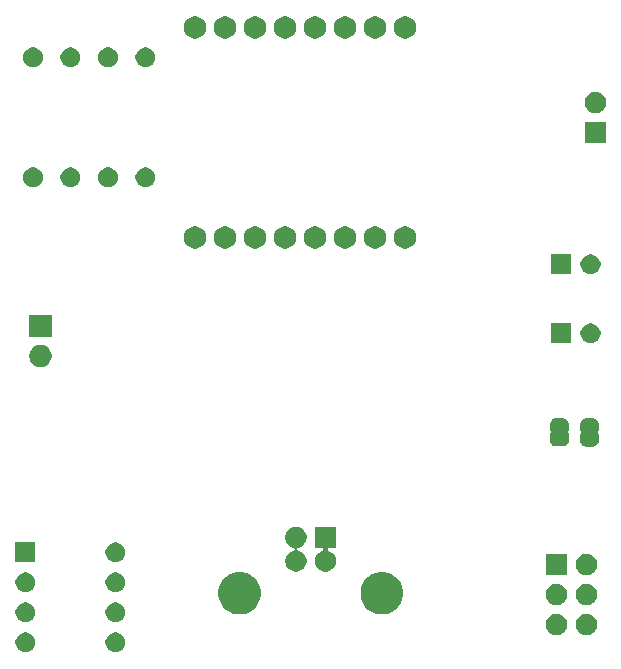
<source format=gbr>
G04 #@! TF.GenerationSoftware,KiCad,Pcbnew,5.1.6-c6e7f7d~86~ubuntu18.04.1*
G04 #@! TF.CreationDate,2020-06-12T21:41:03+02:00*
G04 #@! TF.ProjectId,printplaat,7072696e-7470-46c6-9161-742e6b696361,rev?*
G04 #@! TF.SameCoordinates,Original*
G04 #@! TF.FileFunction,Soldermask,Top*
G04 #@! TF.FilePolarity,Negative*
%FSLAX46Y46*%
G04 Gerber Fmt 4.6, Leading zero omitted, Abs format (unit mm)*
G04 Created by KiCad (PCBNEW 5.1.6-c6e7f7d~86~ubuntu18.04.1) date 2020-06-12 21:41:03*
%MOMM*%
%LPD*%
G01*
G04 APERTURE LIST*
%ADD10C,0.100000*%
G04 APERTURE END LIST*
D10*
G36*
X106928228Y-166821703D02*
G01*
X107083100Y-166885853D01*
X107222481Y-166978985D01*
X107341015Y-167097519D01*
X107434147Y-167236900D01*
X107498297Y-167391772D01*
X107531000Y-167556184D01*
X107531000Y-167723816D01*
X107498297Y-167888228D01*
X107434147Y-168043100D01*
X107341015Y-168182481D01*
X107222481Y-168301015D01*
X107083100Y-168394147D01*
X106928228Y-168458297D01*
X106763816Y-168491000D01*
X106596184Y-168491000D01*
X106431772Y-168458297D01*
X106276900Y-168394147D01*
X106137519Y-168301015D01*
X106018985Y-168182481D01*
X105925853Y-168043100D01*
X105861703Y-167888228D01*
X105829000Y-167723816D01*
X105829000Y-167556184D01*
X105861703Y-167391772D01*
X105925853Y-167236900D01*
X106018985Y-167097519D01*
X106137519Y-166978985D01*
X106276900Y-166885853D01*
X106431772Y-166821703D01*
X106596184Y-166789000D01*
X106763816Y-166789000D01*
X106928228Y-166821703D01*
G37*
G36*
X99308228Y-166821703D02*
G01*
X99463100Y-166885853D01*
X99602481Y-166978985D01*
X99721015Y-167097519D01*
X99814147Y-167236900D01*
X99878297Y-167391772D01*
X99911000Y-167556184D01*
X99911000Y-167723816D01*
X99878297Y-167888228D01*
X99814147Y-168043100D01*
X99721015Y-168182481D01*
X99602481Y-168301015D01*
X99463100Y-168394147D01*
X99308228Y-168458297D01*
X99143816Y-168491000D01*
X98976184Y-168491000D01*
X98811772Y-168458297D01*
X98656900Y-168394147D01*
X98517519Y-168301015D01*
X98398985Y-168182481D01*
X98305853Y-168043100D01*
X98241703Y-167888228D01*
X98209000Y-167723816D01*
X98209000Y-167556184D01*
X98241703Y-167391772D01*
X98305853Y-167236900D01*
X98398985Y-167097519D01*
X98517519Y-166978985D01*
X98656900Y-166885853D01*
X98811772Y-166821703D01*
X98976184Y-166789000D01*
X99143816Y-166789000D01*
X99308228Y-166821703D01*
G37*
G36*
X146671512Y-165219927D02*
G01*
X146820812Y-165249624D01*
X146984784Y-165317544D01*
X147132354Y-165416147D01*
X147257853Y-165541646D01*
X147356456Y-165689216D01*
X147424376Y-165853188D01*
X147459000Y-166027259D01*
X147459000Y-166204741D01*
X147424376Y-166378812D01*
X147356456Y-166542784D01*
X147257853Y-166690354D01*
X147132354Y-166815853D01*
X146984784Y-166914456D01*
X146820812Y-166982376D01*
X146671512Y-167012073D01*
X146646742Y-167017000D01*
X146469258Y-167017000D01*
X146444488Y-167012073D01*
X146295188Y-166982376D01*
X146131216Y-166914456D01*
X145983646Y-166815853D01*
X145858147Y-166690354D01*
X145759544Y-166542784D01*
X145691624Y-166378812D01*
X145657000Y-166204741D01*
X145657000Y-166027259D01*
X145691624Y-165853188D01*
X145759544Y-165689216D01*
X145858147Y-165541646D01*
X145983646Y-165416147D01*
X146131216Y-165317544D01*
X146295188Y-165249624D01*
X146444488Y-165219927D01*
X146469258Y-165215000D01*
X146646742Y-165215000D01*
X146671512Y-165219927D01*
G37*
G36*
X144131512Y-165219927D02*
G01*
X144280812Y-165249624D01*
X144444784Y-165317544D01*
X144592354Y-165416147D01*
X144717853Y-165541646D01*
X144816456Y-165689216D01*
X144884376Y-165853188D01*
X144919000Y-166027259D01*
X144919000Y-166204741D01*
X144884376Y-166378812D01*
X144816456Y-166542784D01*
X144717853Y-166690354D01*
X144592354Y-166815853D01*
X144444784Y-166914456D01*
X144280812Y-166982376D01*
X144131512Y-167012073D01*
X144106742Y-167017000D01*
X143929258Y-167017000D01*
X143904488Y-167012073D01*
X143755188Y-166982376D01*
X143591216Y-166914456D01*
X143443646Y-166815853D01*
X143318147Y-166690354D01*
X143219544Y-166542784D01*
X143151624Y-166378812D01*
X143117000Y-166204741D01*
X143117000Y-166027259D01*
X143151624Y-165853188D01*
X143219544Y-165689216D01*
X143318147Y-165541646D01*
X143443646Y-165416147D01*
X143591216Y-165317544D01*
X143755188Y-165249624D01*
X143904488Y-165219927D01*
X143929258Y-165215000D01*
X144106742Y-165215000D01*
X144131512Y-165219927D01*
G37*
G36*
X99308228Y-164281703D02*
G01*
X99463100Y-164345853D01*
X99602481Y-164438985D01*
X99721015Y-164557519D01*
X99814147Y-164696900D01*
X99878297Y-164851772D01*
X99911000Y-165016184D01*
X99911000Y-165183816D01*
X99878297Y-165348228D01*
X99814147Y-165503100D01*
X99721015Y-165642481D01*
X99602481Y-165761015D01*
X99463100Y-165854147D01*
X99308228Y-165918297D01*
X99143816Y-165951000D01*
X98976184Y-165951000D01*
X98811772Y-165918297D01*
X98656900Y-165854147D01*
X98517519Y-165761015D01*
X98398985Y-165642481D01*
X98305853Y-165503100D01*
X98241703Y-165348228D01*
X98209000Y-165183816D01*
X98209000Y-165016184D01*
X98241703Y-164851772D01*
X98305853Y-164696900D01*
X98398985Y-164557519D01*
X98517519Y-164438985D01*
X98656900Y-164345853D01*
X98811772Y-164281703D01*
X98976184Y-164249000D01*
X99143816Y-164249000D01*
X99308228Y-164281703D01*
G37*
G36*
X106928228Y-164281703D02*
G01*
X107083100Y-164345853D01*
X107222481Y-164438985D01*
X107341015Y-164557519D01*
X107434147Y-164696900D01*
X107498297Y-164851772D01*
X107531000Y-165016184D01*
X107531000Y-165183816D01*
X107498297Y-165348228D01*
X107434147Y-165503100D01*
X107341015Y-165642481D01*
X107222481Y-165761015D01*
X107083100Y-165854147D01*
X106928228Y-165918297D01*
X106763816Y-165951000D01*
X106596184Y-165951000D01*
X106431772Y-165918297D01*
X106276900Y-165854147D01*
X106137519Y-165761015D01*
X106018985Y-165642481D01*
X105925853Y-165503100D01*
X105861703Y-165348228D01*
X105829000Y-165183816D01*
X105829000Y-165016184D01*
X105861703Y-164851772D01*
X105925853Y-164696900D01*
X106018985Y-164557519D01*
X106137519Y-164438985D01*
X106276900Y-164345853D01*
X106431772Y-164281703D01*
X106596184Y-164249000D01*
X106763816Y-164249000D01*
X106928228Y-164281703D01*
G37*
G36*
X129755331Y-161728211D02*
G01*
X130083092Y-161863974D01*
X130378070Y-162061072D01*
X130628928Y-162311930D01*
X130826026Y-162606908D01*
X130961789Y-162934669D01*
X131031000Y-163282616D01*
X131031000Y-163637384D01*
X130961789Y-163985331D01*
X130826026Y-164313092D01*
X130628928Y-164608070D01*
X130378070Y-164858928D01*
X130083092Y-165056026D01*
X129755331Y-165191789D01*
X129407384Y-165261000D01*
X129052616Y-165261000D01*
X128704669Y-165191789D01*
X128376908Y-165056026D01*
X128081930Y-164858928D01*
X127831072Y-164608070D01*
X127633974Y-164313092D01*
X127498211Y-163985331D01*
X127429000Y-163637384D01*
X127429000Y-163282616D01*
X127498211Y-162934669D01*
X127633974Y-162606908D01*
X127831072Y-162311930D01*
X128081930Y-162061072D01*
X128376908Y-161863974D01*
X128704669Y-161728211D01*
X129052616Y-161659000D01*
X129407384Y-161659000D01*
X129755331Y-161728211D01*
G37*
G36*
X117715331Y-161728211D02*
G01*
X118043092Y-161863974D01*
X118338070Y-162061072D01*
X118588928Y-162311930D01*
X118786026Y-162606908D01*
X118921789Y-162934669D01*
X118991000Y-163282616D01*
X118991000Y-163637384D01*
X118921789Y-163985331D01*
X118786026Y-164313092D01*
X118588928Y-164608070D01*
X118338070Y-164858928D01*
X118043092Y-165056026D01*
X117715331Y-165191789D01*
X117367384Y-165261000D01*
X117012616Y-165261000D01*
X116664669Y-165191789D01*
X116336908Y-165056026D01*
X116041930Y-164858928D01*
X115791072Y-164608070D01*
X115593974Y-164313092D01*
X115458211Y-163985331D01*
X115389000Y-163637384D01*
X115389000Y-163282616D01*
X115458211Y-162934669D01*
X115593974Y-162606908D01*
X115791072Y-162311930D01*
X116041930Y-162061072D01*
X116336908Y-161863974D01*
X116664669Y-161728211D01*
X117012616Y-161659000D01*
X117367384Y-161659000D01*
X117715331Y-161728211D01*
G37*
G36*
X144131512Y-162679927D02*
G01*
X144280812Y-162709624D01*
X144444784Y-162777544D01*
X144592354Y-162876147D01*
X144717853Y-163001646D01*
X144816456Y-163149216D01*
X144884376Y-163313188D01*
X144919000Y-163487259D01*
X144919000Y-163664741D01*
X144884376Y-163838812D01*
X144816456Y-164002784D01*
X144717853Y-164150354D01*
X144592354Y-164275853D01*
X144444784Y-164374456D01*
X144280812Y-164442376D01*
X144131512Y-164472073D01*
X144106742Y-164477000D01*
X143929258Y-164477000D01*
X143904488Y-164472073D01*
X143755188Y-164442376D01*
X143591216Y-164374456D01*
X143443646Y-164275853D01*
X143318147Y-164150354D01*
X143219544Y-164002784D01*
X143151624Y-163838812D01*
X143117000Y-163664741D01*
X143117000Y-163487259D01*
X143151624Y-163313188D01*
X143219544Y-163149216D01*
X143318147Y-163001646D01*
X143443646Y-162876147D01*
X143591216Y-162777544D01*
X143755188Y-162709624D01*
X143904488Y-162679927D01*
X143929258Y-162675000D01*
X144106742Y-162675000D01*
X144131512Y-162679927D01*
G37*
G36*
X146671512Y-162679927D02*
G01*
X146820812Y-162709624D01*
X146984784Y-162777544D01*
X147132354Y-162876147D01*
X147257853Y-163001646D01*
X147356456Y-163149216D01*
X147424376Y-163313188D01*
X147459000Y-163487259D01*
X147459000Y-163664741D01*
X147424376Y-163838812D01*
X147356456Y-164002784D01*
X147257853Y-164150354D01*
X147132354Y-164275853D01*
X146984784Y-164374456D01*
X146820812Y-164442376D01*
X146671512Y-164472073D01*
X146646742Y-164477000D01*
X146469258Y-164477000D01*
X146444488Y-164472073D01*
X146295188Y-164442376D01*
X146131216Y-164374456D01*
X145983646Y-164275853D01*
X145858147Y-164150354D01*
X145759544Y-164002784D01*
X145691624Y-163838812D01*
X145657000Y-163664741D01*
X145657000Y-163487259D01*
X145691624Y-163313188D01*
X145759544Y-163149216D01*
X145858147Y-163001646D01*
X145983646Y-162876147D01*
X146131216Y-162777544D01*
X146295188Y-162709624D01*
X146444488Y-162679927D01*
X146469258Y-162675000D01*
X146646742Y-162675000D01*
X146671512Y-162679927D01*
G37*
G36*
X106928228Y-161741703D02*
G01*
X107083100Y-161805853D01*
X107222481Y-161898985D01*
X107341015Y-162017519D01*
X107434147Y-162156900D01*
X107498297Y-162311772D01*
X107531000Y-162476184D01*
X107531000Y-162643816D01*
X107498297Y-162808228D01*
X107434147Y-162963100D01*
X107341015Y-163102481D01*
X107222481Y-163221015D01*
X107083100Y-163314147D01*
X106928228Y-163378297D01*
X106763816Y-163411000D01*
X106596184Y-163411000D01*
X106431772Y-163378297D01*
X106276900Y-163314147D01*
X106137519Y-163221015D01*
X106018985Y-163102481D01*
X105925853Y-162963100D01*
X105861703Y-162808228D01*
X105829000Y-162643816D01*
X105829000Y-162476184D01*
X105861703Y-162311772D01*
X105925853Y-162156900D01*
X106018985Y-162017519D01*
X106137519Y-161898985D01*
X106276900Y-161805853D01*
X106431772Y-161741703D01*
X106596184Y-161709000D01*
X106763816Y-161709000D01*
X106928228Y-161741703D01*
G37*
G36*
X99308228Y-161741703D02*
G01*
X99463100Y-161805853D01*
X99602481Y-161898985D01*
X99721015Y-162017519D01*
X99814147Y-162156900D01*
X99878297Y-162311772D01*
X99911000Y-162476184D01*
X99911000Y-162643816D01*
X99878297Y-162808228D01*
X99814147Y-162963100D01*
X99721015Y-163102481D01*
X99602481Y-163221015D01*
X99463100Y-163314147D01*
X99308228Y-163378297D01*
X99143816Y-163411000D01*
X98976184Y-163411000D01*
X98811772Y-163378297D01*
X98656900Y-163314147D01*
X98517519Y-163221015D01*
X98398985Y-163102481D01*
X98305853Y-162963100D01*
X98241703Y-162808228D01*
X98209000Y-162643816D01*
X98209000Y-162476184D01*
X98241703Y-162311772D01*
X98305853Y-162156900D01*
X98398985Y-162017519D01*
X98517519Y-161898985D01*
X98656900Y-161805853D01*
X98811772Y-161741703D01*
X98976184Y-161709000D01*
X99143816Y-161709000D01*
X99308228Y-161741703D01*
G37*
G36*
X144919000Y-161937000D02*
G01*
X143117000Y-161937000D01*
X143117000Y-160135000D01*
X144919000Y-160135000D01*
X144919000Y-161937000D01*
G37*
G36*
X146671512Y-160139927D02*
G01*
X146820812Y-160169624D01*
X146984784Y-160237544D01*
X147132354Y-160336147D01*
X147257853Y-160461646D01*
X147356456Y-160609216D01*
X147424376Y-160773188D01*
X147459000Y-160947259D01*
X147459000Y-161124741D01*
X147424376Y-161298812D01*
X147356456Y-161462784D01*
X147257853Y-161610354D01*
X147132354Y-161735853D01*
X146984784Y-161834456D01*
X146820812Y-161902376D01*
X146671512Y-161932073D01*
X146646742Y-161937000D01*
X146469258Y-161937000D01*
X146444488Y-161932073D01*
X146295188Y-161902376D01*
X146131216Y-161834456D01*
X145983646Y-161735853D01*
X145858147Y-161610354D01*
X145759544Y-161462784D01*
X145691624Y-161298812D01*
X145657000Y-161124741D01*
X145657000Y-160947259D01*
X145691624Y-160773188D01*
X145759544Y-160609216D01*
X145858147Y-160461646D01*
X145983646Y-160336147D01*
X146131216Y-160237544D01*
X146295188Y-160169624D01*
X146444488Y-160139927D01*
X146469258Y-160135000D01*
X146646742Y-160135000D01*
X146671512Y-160139927D01*
G37*
G36*
X125361000Y-159651000D02*
G01*
X124789617Y-159651000D01*
X124765231Y-159653402D01*
X124741782Y-159660515D01*
X124720171Y-159672066D01*
X124701229Y-159687611D01*
X124685684Y-159706553D01*
X124674133Y-159728164D01*
X124667020Y-159751613D01*
X124664618Y-159775999D01*
X124667020Y-159800385D01*
X124674133Y-159823834D01*
X124685684Y-159845445D01*
X124701229Y-159864387D01*
X124720171Y-159879932D01*
X124741771Y-159891477D01*
X124886784Y-159951544D01*
X125034354Y-160050147D01*
X125159853Y-160175646D01*
X125258456Y-160323216D01*
X125326376Y-160487188D01*
X125361000Y-160661259D01*
X125361000Y-160838741D01*
X125326376Y-161012812D01*
X125258456Y-161176784D01*
X125159853Y-161324354D01*
X125034354Y-161449853D01*
X124886784Y-161548456D01*
X124722812Y-161616376D01*
X124573512Y-161646073D01*
X124548742Y-161651000D01*
X124371258Y-161651000D01*
X124346488Y-161646073D01*
X124197188Y-161616376D01*
X124033216Y-161548456D01*
X123885646Y-161449853D01*
X123760147Y-161324354D01*
X123661544Y-161176784D01*
X123593624Y-161012812D01*
X123559000Y-160838741D01*
X123559000Y-160661259D01*
X123593624Y-160487188D01*
X123661544Y-160323216D01*
X123760147Y-160175646D01*
X123885646Y-160050147D01*
X124033216Y-159951544D01*
X124178229Y-159891477D01*
X124199829Y-159879932D01*
X124218771Y-159864387D01*
X124234316Y-159845445D01*
X124245867Y-159823834D01*
X124252980Y-159800385D01*
X124255382Y-159775999D01*
X124252980Y-159751613D01*
X124245867Y-159728164D01*
X124234316Y-159706553D01*
X124218771Y-159687611D01*
X124199829Y-159672066D01*
X124178218Y-159660515D01*
X124154769Y-159653402D01*
X124130383Y-159651000D01*
X123559000Y-159651000D01*
X123559000Y-157849000D01*
X125361000Y-157849000D01*
X125361000Y-159651000D01*
G37*
G36*
X122073512Y-157853927D02*
G01*
X122222812Y-157883624D01*
X122386784Y-157951544D01*
X122534354Y-158050147D01*
X122659853Y-158175646D01*
X122758456Y-158323216D01*
X122826376Y-158487188D01*
X122861000Y-158661259D01*
X122861000Y-158838741D01*
X122826376Y-159012812D01*
X122758456Y-159176784D01*
X122659853Y-159324354D01*
X122534354Y-159449853D01*
X122386784Y-159548456D01*
X122222812Y-159616376D01*
X122167362Y-159627405D01*
X122143922Y-159634516D01*
X122122311Y-159646067D01*
X122103369Y-159661613D01*
X122087824Y-159680555D01*
X122076273Y-159702165D01*
X122069160Y-159725614D01*
X122066758Y-159750000D01*
X122069160Y-159774387D01*
X122076273Y-159797835D01*
X122087824Y-159819446D01*
X122103370Y-159838388D01*
X122122312Y-159853933D01*
X122143922Y-159865484D01*
X122167362Y-159872595D01*
X122222812Y-159883624D01*
X122386784Y-159951544D01*
X122534354Y-160050147D01*
X122659853Y-160175646D01*
X122758456Y-160323216D01*
X122826376Y-160487188D01*
X122861000Y-160661259D01*
X122861000Y-160838741D01*
X122826376Y-161012812D01*
X122758456Y-161176784D01*
X122659853Y-161324354D01*
X122534354Y-161449853D01*
X122386784Y-161548456D01*
X122222812Y-161616376D01*
X122073512Y-161646073D01*
X122048742Y-161651000D01*
X121871258Y-161651000D01*
X121846488Y-161646073D01*
X121697188Y-161616376D01*
X121533216Y-161548456D01*
X121385646Y-161449853D01*
X121260147Y-161324354D01*
X121161544Y-161176784D01*
X121093624Y-161012812D01*
X121059000Y-160838741D01*
X121059000Y-160661259D01*
X121093624Y-160487188D01*
X121161544Y-160323216D01*
X121260147Y-160175646D01*
X121385646Y-160050147D01*
X121533216Y-159951544D01*
X121697188Y-159883624D01*
X121752638Y-159872595D01*
X121776078Y-159865484D01*
X121797689Y-159853933D01*
X121816631Y-159838387D01*
X121832176Y-159819445D01*
X121843727Y-159797835D01*
X121850840Y-159774386D01*
X121853242Y-159750000D01*
X121850840Y-159725613D01*
X121843727Y-159702165D01*
X121832176Y-159680554D01*
X121816630Y-159661612D01*
X121797688Y-159646067D01*
X121776078Y-159634516D01*
X121752638Y-159627405D01*
X121697188Y-159616376D01*
X121533216Y-159548456D01*
X121385646Y-159449853D01*
X121260147Y-159324354D01*
X121161544Y-159176784D01*
X121093624Y-159012812D01*
X121059000Y-158838741D01*
X121059000Y-158661259D01*
X121093624Y-158487188D01*
X121161544Y-158323216D01*
X121260147Y-158175646D01*
X121385646Y-158050147D01*
X121533216Y-157951544D01*
X121697188Y-157883624D01*
X121846488Y-157853927D01*
X121871258Y-157849000D01*
X122048742Y-157849000D01*
X122073512Y-157853927D01*
G37*
G36*
X99911000Y-160871000D02*
G01*
X98209000Y-160871000D01*
X98209000Y-159169000D01*
X99911000Y-159169000D01*
X99911000Y-160871000D01*
G37*
G36*
X106928228Y-159201703D02*
G01*
X107083100Y-159265853D01*
X107222481Y-159358985D01*
X107341015Y-159477519D01*
X107434147Y-159616900D01*
X107498297Y-159771772D01*
X107531000Y-159936184D01*
X107531000Y-160103816D01*
X107498297Y-160268228D01*
X107434147Y-160423100D01*
X107341015Y-160562481D01*
X107222481Y-160681015D01*
X107083100Y-160774147D01*
X106928228Y-160838297D01*
X106763816Y-160871000D01*
X106596184Y-160871000D01*
X106431772Y-160838297D01*
X106276900Y-160774147D01*
X106137519Y-160681015D01*
X106018985Y-160562481D01*
X105925853Y-160423100D01*
X105861703Y-160268228D01*
X105829000Y-160103816D01*
X105829000Y-159936184D01*
X105861703Y-159771772D01*
X105925853Y-159616900D01*
X106018985Y-159477519D01*
X106137519Y-159358985D01*
X106276900Y-159265853D01*
X106431772Y-159201703D01*
X106596184Y-159169000D01*
X106763816Y-159169000D01*
X106928228Y-159201703D01*
G37*
G36*
X147074199Y-148659954D02*
G01*
X147086450Y-148660556D01*
X147104869Y-148660556D01*
X147127149Y-148662750D01*
X147211233Y-148679476D01*
X147232660Y-148685976D01*
X147311858Y-148718780D01*
X147317303Y-148721691D01*
X147317309Y-148721693D01*
X147326169Y-148726429D01*
X147326173Y-148726432D01*
X147331614Y-148729340D01*
X147402899Y-148776971D01*
X147420204Y-148791172D01*
X147480828Y-148851796D01*
X147495029Y-148869101D01*
X147542660Y-148940386D01*
X147545568Y-148945827D01*
X147545571Y-148945831D01*
X147550307Y-148954691D01*
X147550309Y-148954697D01*
X147553220Y-148960142D01*
X147586024Y-149039340D01*
X147592524Y-149060767D01*
X147609250Y-149144851D01*
X147611444Y-149167131D01*
X147611444Y-149185550D01*
X147612046Y-149197801D01*
X147613852Y-149216139D01*
X147613852Y-149703860D01*
X147612263Y-149719999D01*
X147609348Y-149729608D01*
X147604610Y-149738472D01*
X147598237Y-149746237D01*
X147585794Y-149756448D01*
X147575425Y-149763378D01*
X147558098Y-149780705D01*
X147544485Y-149801080D01*
X147535109Y-149823720D01*
X147530329Y-149847753D01*
X147530330Y-149872257D01*
X147535112Y-149896290D01*
X147544490Y-149918929D01*
X147558105Y-149939302D01*
X147575432Y-149956629D01*
X147585802Y-149963558D01*
X147598237Y-149973763D01*
X147604610Y-149981528D01*
X147609348Y-149990392D01*
X147612263Y-150000001D01*
X147613852Y-150016140D01*
X147613852Y-150503862D01*
X147612046Y-150522199D01*
X147611444Y-150534450D01*
X147611444Y-150552869D01*
X147609250Y-150575149D01*
X147592524Y-150659233D01*
X147586024Y-150680660D01*
X147553220Y-150759858D01*
X147550309Y-150765303D01*
X147550307Y-150765309D01*
X147545571Y-150774169D01*
X147545568Y-150774173D01*
X147542660Y-150779614D01*
X147495029Y-150850899D01*
X147480828Y-150868204D01*
X147420204Y-150928828D01*
X147402899Y-150943029D01*
X147331614Y-150990660D01*
X147326173Y-150993568D01*
X147326169Y-150993571D01*
X147317309Y-150998307D01*
X147317303Y-150998309D01*
X147311858Y-151001220D01*
X147232660Y-151034024D01*
X147211233Y-151040524D01*
X147127149Y-151057250D01*
X147104869Y-151059444D01*
X147086450Y-151059444D01*
X147074199Y-151060046D01*
X147055862Y-151061852D01*
X146568138Y-151061852D01*
X146549801Y-151060046D01*
X146537550Y-151059444D01*
X146519131Y-151059444D01*
X146496851Y-151057250D01*
X146412767Y-151040524D01*
X146391340Y-151034024D01*
X146312142Y-151001220D01*
X146306697Y-150998309D01*
X146306691Y-150998307D01*
X146297831Y-150993571D01*
X146297827Y-150993568D01*
X146292386Y-150990660D01*
X146221101Y-150943029D01*
X146203796Y-150928828D01*
X146143172Y-150868204D01*
X146128971Y-150850899D01*
X146081340Y-150779614D01*
X146078432Y-150774173D01*
X146078429Y-150774169D01*
X146073693Y-150765309D01*
X146073691Y-150765303D01*
X146070780Y-150759858D01*
X146037976Y-150680660D01*
X146031476Y-150659233D01*
X146014750Y-150575149D01*
X146012556Y-150552869D01*
X146012556Y-150534450D01*
X146011954Y-150522199D01*
X146010148Y-150503862D01*
X146010148Y-150016140D01*
X146011737Y-150000001D01*
X146014652Y-149990392D01*
X146019390Y-149981528D01*
X146025763Y-149973763D01*
X146038206Y-149963552D01*
X146048575Y-149956622D01*
X146065902Y-149939295D01*
X146079515Y-149918920D01*
X146088891Y-149896280D01*
X146093671Y-149872247D01*
X146093670Y-149847743D01*
X146088888Y-149823710D01*
X146079510Y-149801071D01*
X146065895Y-149780698D01*
X146048568Y-149763371D01*
X146038198Y-149756442D01*
X146025763Y-149746237D01*
X146019390Y-149738472D01*
X146014652Y-149729608D01*
X146011737Y-149719999D01*
X146010148Y-149703860D01*
X146010148Y-149216139D01*
X146011954Y-149197801D01*
X146012556Y-149185550D01*
X146012556Y-149167131D01*
X146014750Y-149144851D01*
X146031476Y-149060767D01*
X146037976Y-149039340D01*
X146070780Y-148960142D01*
X146073691Y-148954697D01*
X146073693Y-148954691D01*
X146078429Y-148945831D01*
X146078432Y-148945827D01*
X146081340Y-148940386D01*
X146128971Y-148869101D01*
X146143172Y-148851796D01*
X146203796Y-148791172D01*
X146221101Y-148776971D01*
X146292386Y-148729340D01*
X146297827Y-148726432D01*
X146297831Y-148726429D01*
X146306691Y-148721693D01*
X146306697Y-148721691D01*
X146312142Y-148718780D01*
X146391340Y-148685976D01*
X146412767Y-148679476D01*
X146496851Y-148662750D01*
X146519131Y-148660556D01*
X146537550Y-148660556D01*
X146549801Y-148659954D01*
X146568139Y-148658148D01*
X147055861Y-148658148D01*
X147074199Y-148659954D01*
G37*
G36*
X144534199Y-148644954D02*
G01*
X144546450Y-148645556D01*
X144564869Y-148645556D01*
X144587149Y-148647750D01*
X144671233Y-148664476D01*
X144692660Y-148670976D01*
X144771858Y-148703780D01*
X144777303Y-148706691D01*
X144777309Y-148706693D01*
X144786169Y-148711429D01*
X144786173Y-148711432D01*
X144791614Y-148714340D01*
X144862899Y-148761971D01*
X144880204Y-148776172D01*
X144940828Y-148836796D01*
X144955029Y-148854101D01*
X145002660Y-148925386D01*
X145005568Y-148930827D01*
X145005571Y-148930831D01*
X145010307Y-148939691D01*
X145010309Y-148939697D01*
X145013220Y-148945142D01*
X145046024Y-149024340D01*
X145052524Y-149045767D01*
X145069250Y-149129851D01*
X145071444Y-149152131D01*
X145071444Y-149170550D01*
X145072046Y-149182801D01*
X145073852Y-149201139D01*
X145073852Y-149688860D01*
X145072263Y-149704999D01*
X145069348Y-149714608D01*
X145064610Y-149723472D01*
X145058237Y-149731237D01*
X145045794Y-149741448D01*
X145035425Y-149748378D01*
X145018098Y-149765705D01*
X145004485Y-149786080D01*
X144995109Y-149808720D01*
X144990329Y-149832753D01*
X144990330Y-149857257D01*
X144995112Y-149881290D01*
X145004490Y-149903929D01*
X145018105Y-149924302D01*
X145035432Y-149941629D01*
X145045802Y-149948558D01*
X145058237Y-149958763D01*
X145064610Y-149966528D01*
X145069348Y-149975392D01*
X145072263Y-149985001D01*
X145073852Y-150001140D01*
X145073852Y-150488862D01*
X145072046Y-150507199D01*
X145071444Y-150519450D01*
X145071444Y-150537869D01*
X145069250Y-150560149D01*
X145052524Y-150644233D01*
X145046024Y-150665660D01*
X145013220Y-150744858D01*
X145010309Y-150750303D01*
X145010307Y-150750309D01*
X145005571Y-150759169D01*
X145005568Y-150759173D01*
X145002660Y-150764614D01*
X144955029Y-150835899D01*
X144940828Y-150853204D01*
X144880204Y-150913828D01*
X144862899Y-150928029D01*
X144791614Y-150975660D01*
X144786173Y-150978568D01*
X144786169Y-150978571D01*
X144777309Y-150983307D01*
X144777303Y-150983309D01*
X144771858Y-150986220D01*
X144692660Y-151019024D01*
X144671233Y-151025524D01*
X144587149Y-151042250D01*
X144564869Y-151044444D01*
X144546450Y-151044444D01*
X144534199Y-151045046D01*
X144515862Y-151046852D01*
X144028138Y-151046852D01*
X144009801Y-151045046D01*
X143997550Y-151044444D01*
X143979131Y-151044444D01*
X143956851Y-151042250D01*
X143872767Y-151025524D01*
X143851340Y-151019024D01*
X143772142Y-150986220D01*
X143766697Y-150983309D01*
X143766691Y-150983307D01*
X143757831Y-150978571D01*
X143757827Y-150978568D01*
X143752386Y-150975660D01*
X143681101Y-150928029D01*
X143663796Y-150913828D01*
X143603172Y-150853204D01*
X143588971Y-150835899D01*
X143541340Y-150764614D01*
X143538432Y-150759173D01*
X143538429Y-150759169D01*
X143533693Y-150750309D01*
X143533691Y-150750303D01*
X143530780Y-150744858D01*
X143497976Y-150665660D01*
X143491476Y-150644233D01*
X143474750Y-150560149D01*
X143472556Y-150537869D01*
X143472556Y-150519450D01*
X143471954Y-150507199D01*
X143470148Y-150488862D01*
X143470148Y-150001140D01*
X143471737Y-149985001D01*
X143474652Y-149975392D01*
X143479390Y-149966528D01*
X143485763Y-149958763D01*
X143498206Y-149948552D01*
X143508575Y-149941622D01*
X143525902Y-149924295D01*
X143539515Y-149903920D01*
X143548891Y-149881280D01*
X143553671Y-149857247D01*
X143553670Y-149832743D01*
X143548888Y-149808710D01*
X143539510Y-149786071D01*
X143525895Y-149765698D01*
X143508568Y-149748371D01*
X143498198Y-149741442D01*
X143485763Y-149731237D01*
X143479390Y-149723472D01*
X143474652Y-149714608D01*
X143471737Y-149704999D01*
X143470148Y-149688860D01*
X143470148Y-149201139D01*
X143471954Y-149182801D01*
X143472556Y-149170550D01*
X143472556Y-149152131D01*
X143474750Y-149129851D01*
X143491476Y-149045767D01*
X143497976Y-149024340D01*
X143530780Y-148945142D01*
X143533691Y-148939697D01*
X143533693Y-148939691D01*
X143538429Y-148930831D01*
X143538432Y-148930827D01*
X143541340Y-148925386D01*
X143588971Y-148854101D01*
X143603172Y-148836796D01*
X143663796Y-148776172D01*
X143681101Y-148761971D01*
X143752386Y-148714340D01*
X143757827Y-148711432D01*
X143757831Y-148711429D01*
X143766691Y-148706693D01*
X143766697Y-148706691D01*
X143772142Y-148703780D01*
X143851340Y-148670976D01*
X143872767Y-148664476D01*
X143956851Y-148647750D01*
X143979131Y-148645556D01*
X143997550Y-148645556D01*
X144009801Y-148644954D01*
X144028139Y-148643148D01*
X144515861Y-148643148D01*
X144534199Y-148644954D01*
G37*
G36*
X100607395Y-142468546D02*
G01*
X100780466Y-142540234D01*
X100780467Y-142540235D01*
X100936227Y-142644310D01*
X101068690Y-142776773D01*
X101068691Y-142776775D01*
X101172766Y-142932534D01*
X101244454Y-143105605D01*
X101281000Y-143289333D01*
X101281000Y-143476667D01*
X101244454Y-143660395D01*
X101172766Y-143833466D01*
X101172765Y-143833467D01*
X101068690Y-143989227D01*
X100936227Y-144121690D01*
X100857818Y-144174081D01*
X100780466Y-144225766D01*
X100607395Y-144297454D01*
X100423667Y-144334000D01*
X100236333Y-144334000D01*
X100052605Y-144297454D01*
X99879534Y-144225766D01*
X99802182Y-144174081D01*
X99723773Y-144121690D01*
X99591310Y-143989227D01*
X99487235Y-143833467D01*
X99487234Y-143833466D01*
X99415546Y-143660395D01*
X99379000Y-143476667D01*
X99379000Y-143289333D01*
X99415546Y-143105605D01*
X99487234Y-142932534D01*
X99591309Y-142776775D01*
X99591310Y-142776773D01*
X99723773Y-142644310D01*
X99879533Y-142540235D01*
X99879534Y-142540234D01*
X100052605Y-142468546D01*
X100236333Y-142432000D01*
X100423667Y-142432000D01*
X100607395Y-142468546D01*
G37*
G36*
X145250000Y-142329000D02*
G01*
X143548000Y-142329000D01*
X143548000Y-140627000D01*
X145250000Y-140627000D01*
X145250000Y-142329000D01*
G37*
G36*
X147147228Y-140659703D02*
G01*
X147302100Y-140723853D01*
X147441481Y-140816985D01*
X147560015Y-140935519D01*
X147653147Y-141074900D01*
X147717297Y-141229772D01*
X147750000Y-141394184D01*
X147750000Y-141561816D01*
X147717297Y-141726228D01*
X147653147Y-141881100D01*
X147560015Y-142020481D01*
X147441481Y-142139015D01*
X147302100Y-142232147D01*
X147147228Y-142296297D01*
X146982816Y-142329000D01*
X146815184Y-142329000D01*
X146650772Y-142296297D01*
X146495900Y-142232147D01*
X146356519Y-142139015D01*
X146237985Y-142020481D01*
X146144853Y-141881100D01*
X146080703Y-141726228D01*
X146048000Y-141561816D01*
X146048000Y-141394184D01*
X146080703Y-141229772D01*
X146144853Y-141074900D01*
X146237985Y-140935519D01*
X146356519Y-140816985D01*
X146495900Y-140723853D01*
X146650772Y-140659703D01*
X146815184Y-140627000D01*
X146982816Y-140627000D01*
X147147228Y-140659703D01*
G37*
G36*
X101281000Y-141794000D02*
G01*
X99379000Y-141794000D01*
X99379000Y-139892000D01*
X101281000Y-139892000D01*
X101281000Y-141794000D01*
G37*
G36*
X147147228Y-134817703D02*
G01*
X147302100Y-134881853D01*
X147441481Y-134974985D01*
X147560015Y-135093519D01*
X147653147Y-135232900D01*
X147717297Y-135387772D01*
X147750000Y-135552184D01*
X147750000Y-135719816D01*
X147717297Y-135884228D01*
X147653147Y-136039100D01*
X147560015Y-136178481D01*
X147441481Y-136297015D01*
X147302100Y-136390147D01*
X147147228Y-136454297D01*
X146982816Y-136487000D01*
X146815184Y-136487000D01*
X146650772Y-136454297D01*
X146495900Y-136390147D01*
X146356519Y-136297015D01*
X146237985Y-136178481D01*
X146144853Y-136039100D01*
X146080703Y-135884228D01*
X146048000Y-135719816D01*
X146048000Y-135552184D01*
X146080703Y-135387772D01*
X146144853Y-135232900D01*
X146237985Y-135093519D01*
X146356519Y-134974985D01*
X146495900Y-134881853D01*
X146650772Y-134817703D01*
X146815184Y-134785000D01*
X146982816Y-134785000D01*
X147147228Y-134817703D01*
G37*
G36*
X145250000Y-136487000D02*
G01*
X143548000Y-136487000D01*
X143548000Y-134785000D01*
X145250000Y-134785000D01*
X145250000Y-136487000D01*
G37*
G36*
X126385187Y-132446123D02*
G01*
X126556255Y-132516982D01*
X126556257Y-132516983D01*
X126633758Y-132568768D01*
X126710214Y-132619854D01*
X126841146Y-132750786D01*
X126944018Y-132904745D01*
X127014877Y-133075813D01*
X127051000Y-133257417D01*
X127051000Y-133442583D01*
X127014877Y-133624187D01*
X126944018Y-133795255D01*
X126944017Y-133795257D01*
X126841145Y-133949215D01*
X126710215Y-134080145D01*
X126556257Y-134183017D01*
X126556256Y-134183018D01*
X126556255Y-134183018D01*
X126385187Y-134253877D01*
X126203583Y-134290000D01*
X126018417Y-134290000D01*
X125836813Y-134253877D01*
X125665745Y-134183018D01*
X125665744Y-134183018D01*
X125665743Y-134183017D01*
X125511785Y-134080145D01*
X125380855Y-133949215D01*
X125277983Y-133795257D01*
X125277982Y-133795255D01*
X125207123Y-133624187D01*
X125171000Y-133442583D01*
X125171000Y-133257417D01*
X125207123Y-133075813D01*
X125277982Y-132904745D01*
X125380854Y-132750786D01*
X125511786Y-132619854D01*
X125588242Y-132568768D01*
X125665743Y-132516983D01*
X125665745Y-132516982D01*
X125836813Y-132446123D01*
X126018417Y-132410000D01*
X126203583Y-132410000D01*
X126385187Y-132446123D01*
G37*
G36*
X128925187Y-132446123D02*
G01*
X129096255Y-132516982D01*
X129096257Y-132516983D01*
X129173758Y-132568768D01*
X129250214Y-132619854D01*
X129381146Y-132750786D01*
X129484018Y-132904745D01*
X129554877Y-133075813D01*
X129591000Y-133257417D01*
X129591000Y-133442583D01*
X129554877Y-133624187D01*
X129484018Y-133795255D01*
X129484017Y-133795257D01*
X129381145Y-133949215D01*
X129250215Y-134080145D01*
X129096257Y-134183017D01*
X129096256Y-134183018D01*
X129096255Y-134183018D01*
X128925187Y-134253877D01*
X128743583Y-134290000D01*
X128558417Y-134290000D01*
X128376813Y-134253877D01*
X128205745Y-134183018D01*
X128205744Y-134183018D01*
X128205743Y-134183017D01*
X128051785Y-134080145D01*
X127920855Y-133949215D01*
X127817983Y-133795257D01*
X127817982Y-133795255D01*
X127747123Y-133624187D01*
X127711000Y-133442583D01*
X127711000Y-133257417D01*
X127747123Y-133075813D01*
X127817982Y-132904745D01*
X127920854Y-132750786D01*
X128051786Y-132619854D01*
X128128242Y-132568768D01*
X128205743Y-132516983D01*
X128205745Y-132516982D01*
X128376813Y-132446123D01*
X128558417Y-132410000D01*
X128743583Y-132410000D01*
X128925187Y-132446123D01*
G37*
G36*
X131465187Y-132446123D02*
G01*
X131636255Y-132516982D01*
X131636257Y-132516983D01*
X131713758Y-132568768D01*
X131790214Y-132619854D01*
X131921146Y-132750786D01*
X132024018Y-132904745D01*
X132094877Y-133075813D01*
X132131000Y-133257417D01*
X132131000Y-133442583D01*
X132094877Y-133624187D01*
X132024018Y-133795255D01*
X132024017Y-133795257D01*
X131921145Y-133949215D01*
X131790215Y-134080145D01*
X131636257Y-134183017D01*
X131636256Y-134183018D01*
X131636255Y-134183018D01*
X131465187Y-134253877D01*
X131283583Y-134290000D01*
X131098417Y-134290000D01*
X130916813Y-134253877D01*
X130745745Y-134183018D01*
X130745744Y-134183018D01*
X130745743Y-134183017D01*
X130591785Y-134080145D01*
X130460855Y-133949215D01*
X130357983Y-133795257D01*
X130357982Y-133795255D01*
X130287123Y-133624187D01*
X130251000Y-133442583D01*
X130251000Y-133257417D01*
X130287123Y-133075813D01*
X130357982Y-132904745D01*
X130460854Y-132750786D01*
X130591786Y-132619854D01*
X130668242Y-132568768D01*
X130745743Y-132516983D01*
X130745745Y-132516982D01*
X130916813Y-132446123D01*
X131098417Y-132410000D01*
X131283583Y-132410000D01*
X131465187Y-132446123D01*
G37*
G36*
X123845187Y-132446123D02*
G01*
X124016255Y-132516982D01*
X124016257Y-132516983D01*
X124093758Y-132568768D01*
X124170214Y-132619854D01*
X124301146Y-132750786D01*
X124404018Y-132904745D01*
X124474877Y-133075813D01*
X124511000Y-133257417D01*
X124511000Y-133442583D01*
X124474877Y-133624187D01*
X124404018Y-133795255D01*
X124404017Y-133795257D01*
X124301145Y-133949215D01*
X124170215Y-134080145D01*
X124016257Y-134183017D01*
X124016256Y-134183018D01*
X124016255Y-134183018D01*
X123845187Y-134253877D01*
X123663583Y-134290000D01*
X123478417Y-134290000D01*
X123296813Y-134253877D01*
X123125745Y-134183018D01*
X123125744Y-134183018D01*
X123125743Y-134183017D01*
X122971785Y-134080145D01*
X122840855Y-133949215D01*
X122737983Y-133795257D01*
X122737982Y-133795255D01*
X122667123Y-133624187D01*
X122631000Y-133442583D01*
X122631000Y-133257417D01*
X122667123Y-133075813D01*
X122737982Y-132904745D01*
X122840854Y-132750786D01*
X122971786Y-132619854D01*
X123048242Y-132568768D01*
X123125743Y-132516983D01*
X123125745Y-132516982D01*
X123296813Y-132446123D01*
X123478417Y-132410000D01*
X123663583Y-132410000D01*
X123845187Y-132446123D01*
G37*
G36*
X118765187Y-132446123D02*
G01*
X118936255Y-132516982D01*
X118936257Y-132516983D01*
X119013758Y-132568768D01*
X119090214Y-132619854D01*
X119221146Y-132750786D01*
X119324018Y-132904745D01*
X119394877Y-133075813D01*
X119431000Y-133257417D01*
X119431000Y-133442583D01*
X119394877Y-133624187D01*
X119324018Y-133795255D01*
X119324017Y-133795257D01*
X119221145Y-133949215D01*
X119090215Y-134080145D01*
X118936257Y-134183017D01*
X118936256Y-134183018D01*
X118936255Y-134183018D01*
X118765187Y-134253877D01*
X118583583Y-134290000D01*
X118398417Y-134290000D01*
X118216813Y-134253877D01*
X118045745Y-134183018D01*
X118045744Y-134183018D01*
X118045743Y-134183017D01*
X117891785Y-134080145D01*
X117760855Y-133949215D01*
X117657983Y-133795257D01*
X117657982Y-133795255D01*
X117587123Y-133624187D01*
X117551000Y-133442583D01*
X117551000Y-133257417D01*
X117587123Y-133075813D01*
X117657982Y-132904745D01*
X117760854Y-132750786D01*
X117891786Y-132619854D01*
X117968242Y-132568768D01*
X118045743Y-132516983D01*
X118045745Y-132516982D01*
X118216813Y-132446123D01*
X118398417Y-132410000D01*
X118583583Y-132410000D01*
X118765187Y-132446123D01*
G37*
G36*
X116225187Y-132446123D02*
G01*
X116396255Y-132516982D01*
X116396257Y-132516983D01*
X116473758Y-132568768D01*
X116550214Y-132619854D01*
X116681146Y-132750786D01*
X116784018Y-132904745D01*
X116854877Y-133075813D01*
X116891000Y-133257417D01*
X116891000Y-133442583D01*
X116854877Y-133624187D01*
X116784018Y-133795255D01*
X116784017Y-133795257D01*
X116681145Y-133949215D01*
X116550215Y-134080145D01*
X116396257Y-134183017D01*
X116396256Y-134183018D01*
X116396255Y-134183018D01*
X116225187Y-134253877D01*
X116043583Y-134290000D01*
X115858417Y-134290000D01*
X115676813Y-134253877D01*
X115505745Y-134183018D01*
X115505744Y-134183018D01*
X115505743Y-134183017D01*
X115351785Y-134080145D01*
X115220855Y-133949215D01*
X115117983Y-133795257D01*
X115117982Y-133795255D01*
X115047123Y-133624187D01*
X115011000Y-133442583D01*
X115011000Y-133257417D01*
X115047123Y-133075813D01*
X115117982Y-132904745D01*
X115220854Y-132750786D01*
X115351786Y-132619854D01*
X115428242Y-132568768D01*
X115505743Y-132516983D01*
X115505745Y-132516982D01*
X115676813Y-132446123D01*
X115858417Y-132410000D01*
X116043583Y-132410000D01*
X116225187Y-132446123D01*
G37*
G36*
X113685187Y-132446123D02*
G01*
X113856255Y-132516982D01*
X113856257Y-132516983D01*
X113933758Y-132568768D01*
X114010214Y-132619854D01*
X114141146Y-132750786D01*
X114244018Y-132904745D01*
X114314877Y-133075813D01*
X114351000Y-133257417D01*
X114351000Y-133442583D01*
X114314877Y-133624187D01*
X114244018Y-133795255D01*
X114244017Y-133795257D01*
X114141145Y-133949215D01*
X114010215Y-134080145D01*
X113856257Y-134183017D01*
X113856256Y-134183018D01*
X113856255Y-134183018D01*
X113685187Y-134253877D01*
X113503583Y-134290000D01*
X113318417Y-134290000D01*
X113136813Y-134253877D01*
X112965745Y-134183018D01*
X112965744Y-134183018D01*
X112965743Y-134183017D01*
X112811785Y-134080145D01*
X112680855Y-133949215D01*
X112577983Y-133795257D01*
X112577982Y-133795255D01*
X112507123Y-133624187D01*
X112471000Y-133442583D01*
X112471000Y-133257417D01*
X112507123Y-133075813D01*
X112577982Y-132904745D01*
X112680854Y-132750786D01*
X112811786Y-132619854D01*
X112888242Y-132568768D01*
X112965743Y-132516983D01*
X112965745Y-132516982D01*
X113136813Y-132446123D01*
X113318417Y-132410000D01*
X113503583Y-132410000D01*
X113685187Y-132446123D01*
G37*
G36*
X121305187Y-132446123D02*
G01*
X121476255Y-132516982D01*
X121476257Y-132516983D01*
X121553758Y-132568768D01*
X121630214Y-132619854D01*
X121761146Y-132750786D01*
X121864018Y-132904745D01*
X121934877Y-133075813D01*
X121971000Y-133257417D01*
X121971000Y-133442583D01*
X121934877Y-133624187D01*
X121864018Y-133795255D01*
X121864017Y-133795257D01*
X121761145Y-133949215D01*
X121630215Y-134080145D01*
X121476257Y-134183017D01*
X121476256Y-134183018D01*
X121476255Y-134183018D01*
X121305187Y-134253877D01*
X121123583Y-134290000D01*
X120938417Y-134290000D01*
X120756813Y-134253877D01*
X120585745Y-134183018D01*
X120585744Y-134183018D01*
X120585743Y-134183017D01*
X120431785Y-134080145D01*
X120300855Y-133949215D01*
X120197983Y-133795257D01*
X120197982Y-133795255D01*
X120127123Y-133624187D01*
X120091000Y-133442583D01*
X120091000Y-133257417D01*
X120127123Y-133075813D01*
X120197982Y-132904745D01*
X120300854Y-132750786D01*
X120431786Y-132619854D01*
X120508242Y-132568768D01*
X120585743Y-132516983D01*
X120585745Y-132516982D01*
X120756813Y-132446123D01*
X120938417Y-132410000D01*
X121123583Y-132410000D01*
X121305187Y-132446123D01*
G37*
G36*
X109468228Y-127451703D02*
G01*
X109623100Y-127515853D01*
X109762481Y-127608985D01*
X109881015Y-127727519D01*
X109974147Y-127866900D01*
X110038297Y-128021772D01*
X110071000Y-128186184D01*
X110071000Y-128353816D01*
X110038297Y-128518228D01*
X109974147Y-128673100D01*
X109881015Y-128812481D01*
X109762481Y-128931015D01*
X109623100Y-129024147D01*
X109468228Y-129088297D01*
X109303816Y-129121000D01*
X109136184Y-129121000D01*
X108971772Y-129088297D01*
X108816900Y-129024147D01*
X108677519Y-128931015D01*
X108558985Y-128812481D01*
X108465853Y-128673100D01*
X108401703Y-128518228D01*
X108369000Y-128353816D01*
X108369000Y-128186184D01*
X108401703Y-128021772D01*
X108465853Y-127866900D01*
X108558985Y-127727519D01*
X108677519Y-127608985D01*
X108816900Y-127515853D01*
X108971772Y-127451703D01*
X109136184Y-127419000D01*
X109303816Y-127419000D01*
X109468228Y-127451703D01*
G37*
G36*
X103118228Y-127451703D02*
G01*
X103273100Y-127515853D01*
X103412481Y-127608985D01*
X103531015Y-127727519D01*
X103624147Y-127866900D01*
X103688297Y-128021772D01*
X103721000Y-128186184D01*
X103721000Y-128353816D01*
X103688297Y-128518228D01*
X103624147Y-128673100D01*
X103531015Y-128812481D01*
X103412481Y-128931015D01*
X103273100Y-129024147D01*
X103118228Y-129088297D01*
X102953816Y-129121000D01*
X102786184Y-129121000D01*
X102621772Y-129088297D01*
X102466900Y-129024147D01*
X102327519Y-128931015D01*
X102208985Y-128812481D01*
X102115853Y-128673100D01*
X102051703Y-128518228D01*
X102019000Y-128353816D01*
X102019000Y-128186184D01*
X102051703Y-128021772D01*
X102115853Y-127866900D01*
X102208985Y-127727519D01*
X102327519Y-127608985D01*
X102466900Y-127515853D01*
X102621772Y-127451703D01*
X102786184Y-127419000D01*
X102953816Y-127419000D01*
X103118228Y-127451703D01*
G37*
G36*
X106293228Y-127451703D02*
G01*
X106448100Y-127515853D01*
X106587481Y-127608985D01*
X106706015Y-127727519D01*
X106799147Y-127866900D01*
X106863297Y-128021772D01*
X106896000Y-128186184D01*
X106896000Y-128353816D01*
X106863297Y-128518228D01*
X106799147Y-128673100D01*
X106706015Y-128812481D01*
X106587481Y-128931015D01*
X106448100Y-129024147D01*
X106293228Y-129088297D01*
X106128816Y-129121000D01*
X105961184Y-129121000D01*
X105796772Y-129088297D01*
X105641900Y-129024147D01*
X105502519Y-128931015D01*
X105383985Y-128812481D01*
X105290853Y-128673100D01*
X105226703Y-128518228D01*
X105194000Y-128353816D01*
X105194000Y-128186184D01*
X105226703Y-128021772D01*
X105290853Y-127866900D01*
X105383985Y-127727519D01*
X105502519Y-127608985D01*
X105641900Y-127515853D01*
X105796772Y-127451703D01*
X105961184Y-127419000D01*
X106128816Y-127419000D01*
X106293228Y-127451703D01*
G37*
G36*
X99943228Y-127451703D02*
G01*
X100098100Y-127515853D01*
X100237481Y-127608985D01*
X100356015Y-127727519D01*
X100449147Y-127866900D01*
X100513297Y-128021772D01*
X100546000Y-128186184D01*
X100546000Y-128353816D01*
X100513297Y-128518228D01*
X100449147Y-128673100D01*
X100356015Y-128812481D01*
X100237481Y-128931015D01*
X100098100Y-129024147D01*
X99943228Y-129088297D01*
X99778816Y-129121000D01*
X99611184Y-129121000D01*
X99446772Y-129088297D01*
X99291900Y-129024147D01*
X99152519Y-128931015D01*
X99033985Y-128812481D01*
X98940853Y-128673100D01*
X98876703Y-128518228D01*
X98844000Y-128353816D01*
X98844000Y-128186184D01*
X98876703Y-128021772D01*
X98940853Y-127866900D01*
X99033985Y-127727519D01*
X99152519Y-127608985D01*
X99291900Y-127515853D01*
X99446772Y-127451703D01*
X99611184Y-127419000D01*
X99778816Y-127419000D01*
X99943228Y-127451703D01*
G37*
G36*
X148221000Y-125361000D02*
G01*
X146419000Y-125361000D01*
X146419000Y-123559000D01*
X148221000Y-123559000D01*
X148221000Y-125361000D01*
G37*
G36*
X147433512Y-121023927D02*
G01*
X147582812Y-121053624D01*
X147746784Y-121121544D01*
X147894354Y-121220147D01*
X148019853Y-121345646D01*
X148118456Y-121493216D01*
X148186376Y-121657188D01*
X148221000Y-121831259D01*
X148221000Y-122008741D01*
X148186376Y-122182812D01*
X148118456Y-122346784D01*
X148019853Y-122494354D01*
X147894354Y-122619853D01*
X147746784Y-122718456D01*
X147582812Y-122786376D01*
X147433512Y-122816073D01*
X147408742Y-122821000D01*
X147231258Y-122821000D01*
X147206488Y-122816073D01*
X147057188Y-122786376D01*
X146893216Y-122718456D01*
X146745646Y-122619853D01*
X146620147Y-122494354D01*
X146521544Y-122346784D01*
X146453624Y-122182812D01*
X146419000Y-122008741D01*
X146419000Y-121831259D01*
X146453624Y-121657188D01*
X146521544Y-121493216D01*
X146620147Y-121345646D01*
X146745646Y-121220147D01*
X146893216Y-121121544D01*
X147057188Y-121053624D01*
X147206488Y-121023927D01*
X147231258Y-121019000D01*
X147408742Y-121019000D01*
X147433512Y-121023927D01*
G37*
G36*
X106293228Y-117291703D02*
G01*
X106448100Y-117355853D01*
X106587481Y-117448985D01*
X106706015Y-117567519D01*
X106799147Y-117706900D01*
X106863297Y-117861772D01*
X106896000Y-118026184D01*
X106896000Y-118193816D01*
X106863297Y-118358228D01*
X106799147Y-118513100D01*
X106706015Y-118652481D01*
X106587481Y-118771015D01*
X106448100Y-118864147D01*
X106293228Y-118928297D01*
X106128816Y-118961000D01*
X105961184Y-118961000D01*
X105796772Y-118928297D01*
X105641900Y-118864147D01*
X105502519Y-118771015D01*
X105383985Y-118652481D01*
X105290853Y-118513100D01*
X105226703Y-118358228D01*
X105194000Y-118193816D01*
X105194000Y-118026184D01*
X105226703Y-117861772D01*
X105290853Y-117706900D01*
X105383985Y-117567519D01*
X105502519Y-117448985D01*
X105641900Y-117355853D01*
X105796772Y-117291703D01*
X105961184Y-117259000D01*
X106128816Y-117259000D01*
X106293228Y-117291703D01*
G37*
G36*
X99943228Y-117291703D02*
G01*
X100098100Y-117355853D01*
X100237481Y-117448985D01*
X100356015Y-117567519D01*
X100449147Y-117706900D01*
X100513297Y-117861772D01*
X100546000Y-118026184D01*
X100546000Y-118193816D01*
X100513297Y-118358228D01*
X100449147Y-118513100D01*
X100356015Y-118652481D01*
X100237481Y-118771015D01*
X100098100Y-118864147D01*
X99943228Y-118928297D01*
X99778816Y-118961000D01*
X99611184Y-118961000D01*
X99446772Y-118928297D01*
X99291900Y-118864147D01*
X99152519Y-118771015D01*
X99033985Y-118652481D01*
X98940853Y-118513100D01*
X98876703Y-118358228D01*
X98844000Y-118193816D01*
X98844000Y-118026184D01*
X98876703Y-117861772D01*
X98940853Y-117706900D01*
X99033985Y-117567519D01*
X99152519Y-117448985D01*
X99291900Y-117355853D01*
X99446772Y-117291703D01*
X99611184Y-117259000D01*
X99778816Y-117259000D01*
X99943228Y-117291703D01*
G37*
G36*
X103118228Y-117291703D02*
G01*
X103273100Y-117355853D01*
X103412481Y-117448985D01*
X103531015Y-117567519D01*
X103624147Y-117706900D01*
X103688297Y-117861772D01*
X103721000Y-118026184D01*
X103721000Y-118193816D01*
X103688297Y-118358228D01*
X103624147Y-118513100D01*
X103531015Y-118652481D01*
X103412481Y-118771015D01*
X103273100Y-118864147D01*
X103118228Y-118928297D01*
X102953816Y-118961000D01*
X102786184Y-118961000D01*
X102621772Y-118928297D01*
X102466900Y-118864147D01*
X102327519Y-118771015D01*
X102208985Y-118652481D01*
X102115853Y-118513100D01*
X102051703Y-118358228D01*
X102019000Y-118193816D01*
X102019000Y-118026184D01*
X102051703Y-117861772D01*
X102115853Y-117706900D01*
X102208985Y-117567519D01*
X102327519Y-117448985D01*
X102466900Y-117355853D01*
X102621772Y-117291703D01*
X102786184Y-117259000D01*
X102953816Y-117259000D01*
X103118228Y-117291703D01*
G37*
G36*
X109468228Y-117291703D02*
G01*
X109623100Y-117355853D01*
X109762481Y-117448985D01*
X109881015Y-117567519D01*
X109974147Y-117706900D01*
X110038297Y-117861772D01*
X110071000Y-118026184D01*
X110071000Y-118193816D01*
X110038297Y-118358228D01*
X109974147Y-118513100D01*
X109881015Y-118652481D01*
X109762481Y-118771015D01*
X109623100Y-118864147D01*
X109468228Y-118928297D01*
X109303816Y-118961000D01*
X109136184Y-118961000D01*
X108971772Y-118928297D01*
X108816900Y-118864147D01*
X108677519Y-118771015D01*
X108558985Y-118652481D01*
X108465853Y-118513100D01*
X108401703Y-118358228D01*
X108369000Y-118193816D01*
X108369000Y-118026184D01*
X108401703Y-117861772D01*
X108465853Y-117706900D01*
X108558985Y-117567519D01*
X108677519Y-117448985D01*
X108816900Y-117355853D01*
X108971772Y-117291703D01*
X109136184Y-117259000D01*
X109303816Y-117259000D01*
X109468228Y-117291703D01*
G37*
G36*
X126385187Y-114666123D02*
G01*
X126556255Y-114736982D01*
X126556257Y-114736983D01*
X126633758Y-114788768D01*
X126710214Y-114839854D01*
X126841146Y-114970786D01*
X126944018Y-115124745D01*
X127014877Y-115295813D01*
X127051000Y-115477417D01*
X127051000Y-115662583D01*
X127014877Y-115844187D01*
X126944018Y-116015255D01*
X126944017Y-116015257D01*
X126841145Y-116169215D01*
X126710215Y-116300145D01*
X126556257Y-116403017D01*
X126556256Y-116403018D01*
X126556255Y-116403018D01*
X126385187Y-116473877D01*
X126203583Y-116510000D01*
X126018417Y-116510000D01*
X125836813Y-116473877D01*
X125665745Y-116403018D01*
X125665744Y-116403018D01*
X125665743Y-116403017D01*
X125511785Y-116300145D01*
X125380855Y-116169215D01*
X125277983Y-116015257D01*
X125277982Y-116015255D01*
X125207123Y-115844187D01*
X125171000Y-115662583D01*
X125171000Y-115477417D01*
X125207123Y-115295813D01*
X125277982Y-115124745D01*
X125380854Y-114970786D01*
X125511786Y-114839854D01*
X125588242Y-114788768D01*
X125665743Y-114736983D01*
X125665745Y-114736982D01*
X125836813Y-114666123D01*
X126018417Y-114630000D01*
X126203583Y-114630000D01*
X126385187Y-114666123D01*
G37*
G36*
X116225187Y-114666123D02*
G01*
X116396255Y-114736982D01*
X116396257Y-114736983D01*
X116473758Y-114788768D01*
X116550214Y-114839854D01*
X116681146Y-114970786D01*
X116784018Y-115124745D01*
X116854877Y-115295813D01*
X116891000Y-115477417D01*
X116891000Y-115662583D01*
X116854877Y-115844187D01*
X116784018Y-116015255D01*
X116784017Y-116015257D01*
X116681145Y-116169215D01*
X116550215Y-116300145D01*
X116396257Y-116403017D01*
X116396256Y-116403018D01*
X116396255Y-116403018D01*
X116225187Y-116473877D01*
X116043583Y-116510000D01*
X115858417Y-116510000D01*
X115676813Y-116473877D01*
X115505745Y-116403018D01*
X115505744Y-116403018D01*
X115505743Y-116403017D01*
X115351785Y-116300145D01*
X115220855Y-116169215D01*
X115117983Y-116015257D01*
X115117982Y-116015255D01*
X115047123Y-115844187D01*
X115011000Y-115662583D01*
X115011000Y-115477417D01*
X115047123Y-115295813D01*
X115117982Y-115124745D01*
X115220854Y-114970786D01*
X115351786Y-114839854D01*
X115428242Y-114788768D01*
X115505743Y-114736983D01*
X115505745Y-114736982D01*
X115676813Y-114666123D01*
X115858417Y-114630000D01*
X116043583Y-114630000D01*
X116225187Y-114666123D01*
G37*
G36*
X118765187Y-114666123D02*
G01*
X118936255Y-114736982D01*
X118936257Y-114736983D01*
X119013758Y-114788768D01*
X119090214Y-114839854D01*
X119221146Y-114970786D01*
X119324018Y-115124745D01*
X119394877Y-115295813D01*
X119431000Y-115477417D01*
X119431000Y-115662583D01*
X119394877Y-115844187D01*
X119324018Y-116015255D01*
X119324017Y-116015257D01*
X119221145Y-116169215D01*
X119090215Y-116300145D01*
X118936257Y-116403017D01*
X118936256Y-116403018D01*
X118936255Y-116403018D01*
X118765187Y-116473877D01*
X118583583Y-116510000D01*
X118398417Y-116510000D01*
X118216813Y-116473877D01*
X118045745Y-116403018D01*
X118045744Y-116403018D01*
X118045743Y-116403017D01*
X117891785Y-116300145D01*
X117760855Y-116169215D01*
X117657983Y-116015257D01*
X117657982Y-116015255D01*
X117587123Y-115844187D01*
X117551000Y-115662583D01*
X117551000Y-115477417D01*
X117587123Y-115295813D01*
X117657982Y-115124745D01*
X117760854Y-114970786D01*
X117891786Y-114839854D01*
X117968242Y-114788768D01*
X118045743Y-114736983D01*
X118045745Y-114736982D01*
X118216813Y-114666123D01*
X118398417Y-114630000D01*
X118583583Y-114630000D01*
X118765187Y-114666123D01*
G37*
G36*
X121305187Y-114666123D02*
G01*
X121476255Y-114736982D01*
X121476257Y-114736983D01*
X121553758Y-114788768D01*
X121630214Y-114839854D01*
X121761146Y-114970786D01*
X121864018Y-115124745D01*
X121934877Y-115295813D01*
X121971000Y-115477417D01*
X121971000Y-115662583D01*
X121934877Y-115844187D01*
X121864018Y-116015255D01*
X121864017Y-116015257D01*
X121761145Y-116169215D01*
X121630215Y-116300145D01*
X121476257Y-116403017D01*
X121476256Y-116403018D01*
X121476255Y-116403018D01*
X121305187Y-116473877D01*
X121123583Y-116510000D01*
X120938417Y-116510000D01*
X120756813Y-116473877D01*
X120585745Y-116403018D01*
X120585744Y-116403018D01*
X120585743Y-116403017D01*
X120431785Y-116300145D01*
X120300855Y-116169215D01*
X120197983Y-116015257D01*
X120197982Y-116015255D01*
X120127123Y-115844187D01*
X120091000Y-115662583D01*
X120091000Y-115477417D01*
X120127123Y-115295813D01*
X120197982Y-115124745D01*
X120300854Y-114970786D01*
X120431786Y-114839854D01*
X120508242Y-114788768D01*
X120585743Y-114736983D01*
X120585745Y-114736982D01*
X120756813Y-114666123D01*
X120938417Y-114630000D01*
X121123583Y-114630000D01*
X121305187Y-114666123D01*
G37*
G36*
X123845187Y-114666123D02*
G01*
X124016255Y-114736982D01*
X124016257Y-114736983D01*
X124093758Y-114788768D01*
X124170214Y-114839854D01*
X124301146Y-114970786D01*
X124404018Y-115124745D01*
X124474877Y-115295813D01*
X124511000Y-115477417D01*
X124511000Y-115662583D01*
X124474877Y-115844187D01*
X124404018Y-116015255D01*
X124404017Y-116015257D01*
X124301145Y-116169215D01*
X124170215Y-116300145D01*
X124016257Y-116403017D01*
X124016256Y-116403018D01*
X124016255Y-116403018D01*
X123845187Y-116473877D01*
X123663583Y-116510000D01*
X123478417Y-116510000D01*
X123296813Y-116473877D01*
X123125745Y-116403018D01*
X123125744Y-116403018D01*
X123125743Y-116403017D01*
X122971785Y-116300145D01*
X122840855Y-116169215D01*
X122737983Y-116015257D01*
X122737982Y-116015255D01*
X122667123Y-115844187D01*
X122631000Y-115662583D01*
X122631000Y-115477417D01*
X122667123Y-115295813D01*
X122737982Y-115124745D01*
X122840854Y-114970786D01*
X122971786Y-114839854D01*
X123048242Y-114788768D01*
X123125743Y-114736983D01*
X123125745Y-114736982D01*
X123296813Y-114666123D01*
X123478417Y-114630000D01*
X123663583Y-114630000D01*
X123845187Y-114666123D01*
G37*
G36*
X128925187Y-114666123D02*
G01*
X129096255Y-114736982D01*
X129096257Y-114736983D01*
X129173758Y-114788768D01*
X129250214Y-114839854D01*
X129381146Y-114970786D01*
X129484018Y-115124745D01*
X129554877Y-115295813D01*
X129591000Y-115477417D01*
X129591000Y-115662583D01*
X129554877Y-115844187D01*
X129484018Y-116015255D01*
X129484017Y-116015257D01*
X129381145Y-116169215D01*
X129250215Y-116300145D01*
X129096257Y-116403017D01*
X129096256Y-116403018D01*
X129096255Y-116403018D01*
X128925187Y-116473877D01*
X128743583Y-116510000D01*
X128558417Y-116510000D01*
X128376813Y-116473877D01*
X128205745Y-116403018D01*
X128205744Y-116403018D01*
X128205743Y-116403017D01*
X128051785Y-116300145D01*
X127920855Y-116169215D01*
X127817983Y-116015257D01*
X127817982Y-116015255D01*
X127747123Y-115844187D01*
X127711000Y-115662583D01*
X127711000Y-115477417D01*
X127747123Y-115295813D01*
X127817982Y-115124745D01*
X127920854Y-114970786D01*
X128051786Y-114839854D01*
X128128242Y-114788768D01*
X128205743Y-114736983D01*
X128205745Y-114736982D01*
X128376813Y-114666123D01*
X128558417Y-114630000D01*
X128743583Y-114630000D01*
X128925187Y-114666123D01*
G37*
G36*
X131465187Y-114666123D02*
G01*
X131636255Y-114736982D01*
X131636257Y-114736983D01*
X131713758Y-114788768D01*
X131790214Y-114839854D01*
X131921146Y-114970786D01*
X132024018Y-115124745D01*
X132094877Y-115295813D01*
X132131000Y-115477417D01*
X132131000Y-115662583D01*
X132094877Y-115844187D01*
X132024018Y-116015255D01*
X132024017Y-116015257D01*
X131921145Y-116169215D01*
X131790215Y-116300145D01*
X131636257Y-116403017D01*
X131636256Y-116403018D01*
X131636255Y-116403018D01*
X131465187Y-116473877D01*
X131283583Y-116510000D01*
X131098417Y-116510000D01*
X130916813Y-116473877D01*
X130745745Y-116403018D01*
X130745744Y-116403018D01*
X130745743Y-116403017D01*
X130591785Y-116300145D01*
X130460855Y-116169215D01*
X130357983Y-116015257D01*
X130357982Y-116015255D01*
X130287123Y-115844187D01*
X130251000Y-115662583D01*
X130251000Y-115477417D01*
X130287123Y-115295813D01*
X130357982Y-115124745D01*
X130460854Y-114970786D01*
X130591786Y-114839854D01*
X130668242Y-114788768D01*
X130745743Y-114736983D01*
X130745745Y-114736982D01*
X130916813Y-114666123D01*
X131098417Y-114630000D01*
X131283583Y-114630000D01*
X131465187Y-114666123D01*
G37*
G36*
X113685187Y-114666123D02*
G01*
X113856255Y-114736982D01*
X113856257Y-114736983D01*
X113933758Y-114788768D01*
X114010214Y-114839854D01*
X114141146Y-114970786D01*
X114244018Y-115124745D01*
X114314877Y-115295813D01*
X114351000Y-115477417D01*
X114351000Y-115662583D01*
X114314877Y-115844187D01*
X114244018Y-116015255D01*
X114244017Y-116015257D01*
X114141145Y-116169215D01*
X114010215Y-116300145D01*
X113856257Y-116403017D01*
X113856256Y-116403018D01*
X113856255Y-116403018D01*
X113685187Y-116473877D01*
X113503583Y-116510000D01*
X113318417Y-116510000D01*
X113136813Y-116473877D01*
X112965745Y-116403018D01*
X112965744Y-116403018D01*
X112965743Y-116403017D01*
X112811785Y-116300145D01*
X112680855Y-116169215D01*
X112577983Y-116015257D01*
X112577982Y-116015255D01*
X112507123Y-115844187D01*
X112471000Y-115662583D01*
X112471000Y-115477417D01*
X112507123Y-115295813D01*
X112577982Y-115124745D01*
X112680854Y-114970786D01*
X112811786Y-114839854D01*
X112888242Y-114788768D01*
X112965743Y-114736983D01*
X112965745Y-114736982D01*
X113136813Y-114666123D01*
X113318417Y-114630000D01*
X113503583Y-114630000D01*
X113685187Y-114666123D01*
G37*
M02*

</source>
